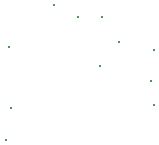
<source format=gbr>
%FSTAX23Y23*%
%MOMM*%
%SFA1B1*%

%IPPOS*%
%ADD44C,0.299999*%
%LNflightstick_trigger_rightv2_filling-1*%
%LPD*%
G54D44*
X-04318Y-30988D03*
X-0635D03*
X-08382Y-29972D03*
X-12446Y-41402D03*
X-1213Y-33528D03*
X00127Y-33782D03*
Y-38481D03*
X-04445Y-35179D03*
X-02849Y-33154D03*
X-11971Y-38735D03*
X-00127Y-36449D03*
M02*
</source>
